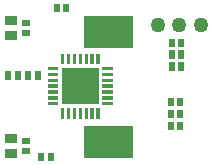
<source format=gbr>
G04 start of page 17 for group -4014 idx -4014 *
G04 Title: (unknown), bottompaste *
G04 Creator: pcb 20110918 *
G04 CreationDate: Mon 28 Oct 2013 08:12:09 PM GMT UTC *
G04 For: tszabo *
G04 Format: Gerber/RS-274X *
G04 PCB-Dimensions: 157480 125984 *
G04 PCB-Coordinate-Origin: lower left *
%MOIN*%
%FSLAX25Y25*%
%LNBOTTOMPASTE*%
%ADD138R,0.1063X0.1063*%
%ADD137C,0.0001*%
%ADD136R,0.0110X0.0110*%
%ADD135C,0.0500*%
%ADD134R,0.0295X0.0295*%
%ADD133R,0.0197X0.0197*%
G54D133*X118626Y74257D02*Y73471D01*
X115478Y74257D02*Y73471D01*
X118295Y54458D02*Y53672D01*
X115147Y54458D02*Y53672D01*
Y50528D02*Y49742D01*
X118295Y50528D02*Y49742D01*
X75196Y40157D02*Y39371D01*
X72048Y40157D02*Y39371D01*
X115478Y78193D02*Y77407D01*
X118626Y78193D02*Y77407D01*
X115478Y70321D02*Y69535D01*
X118626Y70321D02*Y69535D01*
X115147Y58388D02*Y57602D01*
X118295Y58388D02*Y57602D01*
X80314Y89762D02*Y88976D01*
X77166Y89762D02*Y88976D01*
G54D134*X61456Y80161D02*X62440D01*
X61456Y85279D02*X62440D01*
X61456Y40801D02*X62440D01*
X61456Y45919D02*X62440D01*
G54D133*X66475Y41786D02*X67261D01*
X66475Y44934D02*X67261D01*
G54D135*X125197Y83858D03*
X111024D03*
X118110D03*
G54D133*X66475Y81146D02*X67261D01*
X66475Y84294D02*X67261D01*
X64172Y67322D02*Y66536D01*
X61024Y67322D02*Y66536D01*
X70865Y67322D02*Y66536D01*
X67717Y67322D02*Y66536D01*
G54D136*X74764Y57481D02*X77205D01*
X74764Y59449D02*X77205D01*
X74764Y61418D02*X77205D01*
X74764Y63386D02*X77205D01*
X74764Y65354D02*X77205D01*
X74764Y67323D02*X77205D01*
X74764Y69291D02*X77205D01*
X79134Y73661D02*Y71220D01*
X81102Y73661D02*Y71220D01*
X83071Y73661D02*Y71220D01*
X85039Y73661D02*Y71220D01*
X87007Y73661D02*Y71220D01*
X88976Y73661D02*Y71220D01*
X90944Y73661D02*Y71220D01*
X92873Y69291D02*X95314D01*
X92873Y67323D02*X95314D01*
X92873Y65354D02*X95314D01*
X92873Y63386D02*X95314D01*
X92873Y61418D02*X95314D01*
X92873Y59449D02*X95314D01*
X92873Y57481D02*X95314D01*
X90944Y55552D02*Y53111D01*
X88976Y55552D02*Y53111D01*
X87007Y55552D02*Y53111D01*
X85039Y55552D02*Y53111D01*
X83071Y55552D02*Y53111D01*
X81102Y55552D02*Y53111D01*
X79134Y55552D02*Y53111D01*
G54D137*G36*
X78937Y69488D02*Y57284D01*
X91141D01*
Y69488D01*
X78937D01*
G37*
G54D138*X91535Y81299D02*X97441D01*
X91535Y44685D02*X97441D01*
M02*

</source>
